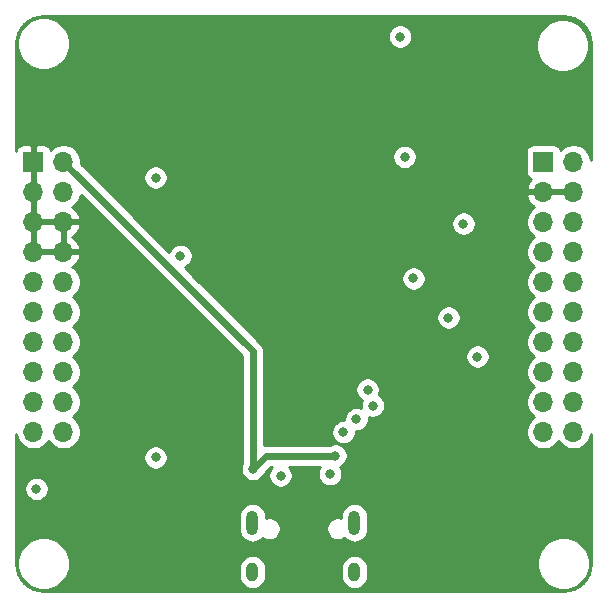
<source format=gbr>
%TF.GenerationSoftware,KiCad,Pcbnew,(5.1.12-1-10_14)*%
%TF.CreationDate,2021-12-26T14:39:33+08:00*%
%TF.ProjectId,esp32-c1_devboard,65737033-322d-4633-915f-646576626f61,rev?*%
%TF.SameCoordinates,Original*%
%TF.FileFunction,Copper,L2,Inr*%
%TF.FilePolarity,Positive*%
%FSLAX46Y46*%
G04 Gerber Fmt 4.6, Leading zero omitted, Abs format (unit mm)*
G04 Created by KiCad (PCBNEW (5.1.12-1-10_14)) date 2021-12-26 14:39:33*
%MOMM*%
%LPD*%
G01*
G04 APERTURE LIST*
%TA.AperFunction,ComponentPad*%
%ADD10O,1.700000X1.700000*%
%TD*%
%TA.AperFunction,ComponentPad*%
%ADD11R,1.700000X1.700000*%
%TD*%
%TA.AperFunction,ComponentPad*%
%ADD12O,1.000000X2.100000*%
%TD*%
%TA.AperFunction,ComponentPad*%
%ADD13O,1.000000X1.600000*%
%TD*%
%TA.AperFunction,ViaPad*%
%ADD14C,0.800000*%
%TD*%
%TA.AperFunction,Conductor*%
%ADD15C,0.600000*%
%TD*%
%TA.AperFunction,Conductor*%
%ADD16C,0.254000*%
%TD*%
%TA.AperFunction,Conductor*%
%ADD17C,0.100000*%
%TD*%
G04 APERTURE END LIST*
D10*
%TO.N,GND*%
%TO.C,J3*%
X147860000Y-85860000D03*
X145320000Y-85860000D03*
X147860000Y-83320000D03*
X145320000Y-83320000D03*
%TO.N,GPIO4*%
X147860000Y-80780000D03*
%TO.N,GND*%
X145320000Y-80780000D03*
%TO.N,GPIO6*%
X147860000Y-78240000D03*
%TO.N,GPIO5*%
X145320000Y-78240000D03*
%TO.N,GPIO8*%
X147860000Y-75700000D03*
%TO.N,GPIO7*%
X145320000Y-75700000D03*
%TO.N,CHIP_PU*%
X147860000Y-73160000D03*
%TO.N,GPIO9*%
X145320000Y-73160000D03*
%TO.N,GPIO19*%
X147860000Y-70620000D03*
%TO.N,GPIO18*%
X145320000Y-70620000D03*
%TO.N,U0TXD*%
X147860000Y-68080000D03*
%TO.N,U0RXD*%
X145320000Y-68080000D03*
%TO.N,+3V3*%
X147860000Y-65540000D03*
X145320000Y-65540000D03*
%TO.N,GND*%
X147860000Y-63000000D03*
D11*
X145320000Y-63000000D03*
%TD*%
D10*
%TO.N,GND*%
%TO.C,J2*%
X104680000Y-85860000D03*
X102140000Y-85860000D03*
X104680000Y-83320000D03*
X102140000Y-83320000D03*
X104680000Y-80780000D03*
X102140000Y-80780000D03*
%TO.N,GPIO10*%
X104680000Y-78240000D03*
%TO.N,GND*%
X102140000Y-78240000D03*
%TO.N,GPIO1*%
X104680000Y-75700000D03*
%TO.N,GPIO0*%
X102140000Y-75700000D03*
%TO.N,GPIO3*%
X104680000Y-73160000D03*
%TO.N,GPIO2*%
X102140000Y-73160000D03*
%TO.N,+3V3*%
X104680000Y-70620000D03*
X102140000Y-70620000D03*
X104680000Y-68080000D03*
X102140000Y-68080000D03*
%TO.N,GND*%
X104680000Y-65540000D03*
%TO.N,+3V3*%
X102140000Y-65540000D03*
%TO.N,+5V*%
X104680000Y-63000000D03*
D11*
%TO.N,+3V3*%
X102140000Y-63000000D03*
%TD*%
D12*
%TO.N,GND*%
%TO.C,J1*%
X129320000Y-93540000D03*
X120680000Y-93540000D03*
D13*
X120680000Y-97720000D03*
X129320000Y-97720000D03*
%TD*%
D14*
%TO.N,GND*%
X133570000Y-62580000D03*
X133180000Y-52400000D03*
X112480000Y-88030000D03*
X102390000Y-90690000D03*
X137270000Y-76190000D03*
%TO.N,+3V3*%
X139100000Y-70790000D03*
X136930000Y-90610000D03*
X141910000Y-88070000D03*
X108690000Y-83880000D03*
X110630000Y-65940000D03*
X112810000Y-55480000D03*
X140390000Y-58200000D03*
%TO.N,+5V*%
X127710000Y-87880000D03*
X120730000Y-89000000D03*
%TO.N,Net-(J1-PadA5)*%
X123060000Y-89560000D03*
%TO.N,Net-(J1-PadB5)*%
X127260000Y-89440000D03*
%TO.N,GPIO9*%
X134310000Y-72870000D03*
X138540000Y-68240000D03*
%TO.N,CHIP_PU*%
X139730000Y-79490000D03*
X114580000Y-70960000D03*
X112480000Y-64340000D03*
%TO.N,U0TXD*%
X128390000Y-85880000D03*
%TO.N,GPIO19*%
X130880000Y-83640000D03*
%TO.N,GPIO18*%
X130430000Y-82290000D03*
%TO.N,U0RXD*%
X129490000Y-84790000D03*
%TD*%
D15*
%TO.N,+5V*%
X120730000Y-79050000D02*
X120730000Y-89000000D01*
X104680000Y-63000000D02*
X120730000Y-79050000D01*
X121850000Y-87880000D02*
X120730000Y-89000000D01*
X127710000Y-87880000D02*
X121850000Y-87880000D01*
%TD*%
D16*
%TO.N,+3V3*%
X147453893Y-50707670D02*
X147890498Y-50839489D01*
X148293185Y-51053600D01*
X148646612Y-51341848D01*
X148937327Y-51693261D01*
X149154242Y-52094439D01*
X149289106Y-52530113D01*
X149340000Y-53014344D01*
X149340000Y-62828605D01*
X149287932Y-62566842D01*
X149175990Y-62296589D01*
X149013475Y-62053368D01*
X148806632Y-61846525D01*
X148563411Y-61684010D01*
X148293158Y-61572068D01*
X148006260Y-61515000D01*
X147713740Y-61515000D01*
X147426842Y-61572068D01*
X147156589Y-61684010D01*
X146913368Y-61846525D01*
X146781513Y-61978380D01*
X146759502Y-61905820D01*
X146700537Y-61795506D01*
X146621185Y-61698815D01*
X146524494Y-61619463D01*
X146414180Y-61560498D01*
X146294482Y-61524188D01*
X146170000Y-61511928D01*
X144470000Y-61511928D01*
X144345518Y-61524188D01*
X144225820Y-61560498D01*
X144115506Y-61619463D01*
X144018815Y-61698815D01*
X143939463Y-61795506D01*
X143880498Y-61905820D01*
X143844188Y-62025518D01*
X143831928Y-62150000D01*
X143831928Y-63850000D01*
X143844188Y-63974482D01*
X143880498Y-64094180D01*
X143939463Y-64204494D01*
X144018815Y-64301185D01*
X144115506Y-64380537D01*
X144225820Y-64439502D01*
X144306466Y-64463966D01*
X144222412Y-64539731D01*
X144048359Y-64773080D01*
X143923175Y-65035901D01*
X143878524Y-65183110D01*
X143999845Y-65413000D01*
X145193000Y-65413000D01*
X145193000Y-65393000D01*
X145447000Y-65393000D01*
X145447000Y-65413000D01*
X147733000Y-65413000D01*
X147733000Y-65393000D01*
X147987000Y-65393000D01*
X147987000Y-65413000D01*
X148007000Y-65413000D01*
X148007000Y-65667000D01*
X147987000Y-65667000D01*
X147987000Y-65687000D01*
X147733000Y-65687000D01*
X147733000Y-65667000D01*
X145447000Y-65667000D01*
X145447000Y-65687000D01*
X145193000Y-65687000D01*
X145193000Y-65667000D01*
X143999845Y-65667000D01*
X143878524Y-65896890D01*
X143923175Y-66044099D01*
X144048359Y-66306920D01*
X144222412Y-66540269D01*
X144438645Y-66735178D01*
X144555534Y-66804805D01*
X144373368Y-66926525D01*
X144166525Y-67133368D01*
X144004010Y-67376589D01*
X143892068Y-67646842D01*
X143835000Y-67933740D01*
X143835000Y-68226260D01*
X143892068Y-68513158D01*
X144004010Y-68783411D01*
X144166525Y-69026632D01*
X144373368Y-69233475D01*
X144547760Y-69350000D01*
X144373368Y-69466525D01*
X144166525Y-69673368D01*
X144004010Y-69916589D01*
X143892068Y-70186842D01*
X143835000Y-70473740D01*
X143835000Y-70766260D01*
X143892068Y-71053158D01*
X144004010Y-71323411D01*
X144166525Y-71566632D01*
X144373368Y-71773475D01*
X144547760Y-71890000D01*
X144373368Y-72006525D01*
X144166525Y-72213368D01*
X144004010Y-72456589D01*
X143892068Y-72726842D01*
X143835000Y-73013740D01*
X143835000Y-73306260D01*
X143892068Y-73593158D01*
X144004010Y-73863411D01*
X144166525Y-74106632D01*
X144373368Y-74313475D01*
X144547760Y-74430000D01*
X144373368Y-74546525D01*
X144166525Y-74753368D01*
X144004010Y-74996589D01*
X143892068Y-75266842D01*
X143835000Y-75553740D01*
X143835000Y-75846260D01*
X143892068Y-76133158D01*
X144004010Y-76403411D01*
X144166525Y-76646632D01*
X144373368Y-76853475D01*
X144547760Y-76970000D01*
X144373368Y-77086525D01*
X144166525Y-77293368D01*
X144004010Y-77536589D01*
X143892068Y-77806842D01*
X143835000Y-78093740D01*
X143835000Y-78386260D01*
X143892068Y-78673158D01*
X144004010Y-78943411D01*
X144166525Y-79186632D01*
X144373368Y-79393475D01*
X144547760Y-79510000D01*
X144373368Y-79626525D01*
X144166525Y-79833368D01*
X144004010Y-80076589D01*
X143892068Y-80346842D01*
X143835000Y-80633740D01*
X143835000Y-80926260D01*
X143892068Y-81213158D01*
X144004010Y-81483411D01*
X144166525Y-81726632D01*
X144373368Y-81933475D01*
X144547760Y-82050000D01*
X144373368Y-82166525D01*
X144166525Y-82373368D01*
X144004010Y-82616589D01*
X143892068Y-82886842D01*
X143835000Y-83173740D01*
X143835000Y-83466260D01*
X143892068Y-83753158D01*
X144004010Y-84023411D01*
X144166525Y-84266632D01*
X144373368Y-84473475D01*
X144547760Y-84590000D01*
X144373368Y-84706525D01*
X144166525Y-84913368D01*
X144004010Y-85156589D01*
X143892068Y-85426842D01*
X143835000Y-85713740D01*
X143835000Y-86006260D01*
X143892068Y-86293158D01*
X144004010Y-86563411D01*
X144166525Y-86806632D01*
X144373368Y-87013475D01*
X144616589Y-87175990D01*
X144886842Y-87287932D01*
X145173740Y-87345000D01*
X145466260Y-87345000D01*
X145753158Y-87287932D01*
X146023411Y-87175990D01*
X146266632Y-87013475D01*
X146473475Y-86806632D01*
X146590000Y-86632240D01*
X146706525Y-86806632D01*
X146913368Y-87013475D01*
X147156589Y-87175990D01*
X147426842Y-87287932D01*
X147713740Y-87345000D01*
X148006260Y-87345000D01*
X148293158Y-87287932D01*
X148563411Y-87175990D01*
X148806632Y-87013475D01*
X149013475Y-86806632D01*
X149175990Y-86563411D01*
X149287932Y-86293158D01*
X149340001Y-86031393D01*
X149340001Y-96967711D01*
X149292330Y-97453894D01*
X149160512Y-97890497D01*
X148946399Y-98293186D01*
X148658150Y-98646613D01*
X148306739Y-98937327D01*
X147905564Y-99154240D01*
X147469886Y-99289106D01*
X146985664Y-99340000D01*
X103032279Y-99340000D01*
X102546106Y-99292330D01*
X102109503Y-99160512D01*
X101706814Y-98946399D01*
X101353387Y-98658150D01*
X101062673Y-98306739D01*
X100845760Y-97905564D01*
X100710894Y-97469886D01*
X100660000Y-96985664D01*
X100660000Y-96779872D01*
X100765000Y-96779872D01*
X100765000Y-97220128D01*
X100850890Y-97651925D01*
X101019369Y-98058669D01*
X101263962Y-98424729D01*
X101575271Y-98736038D01*
X101941331Y-98980631D01*
X102348075Y-99149110D01*
X102779872Y-99235000D01*
X103220128Y-99235000D01*
X103651925Y-99149110D01*
X104058669Y-98980631D01*
X104424729Y-98736038D01*
X104736038Y-98424729D01*
X104980631Y-98058669D01*
X105149110Y-97651925D01*
X105206332Y-97364249D01*
X119545000Y-97364249D01*
X119545000Y-98075752D01*
X119561423Y-98242499D01*
X119626324Y-98456447D01*
X119731717Y-98653623D01*
X119873552Y-98826449D01*
X120046378Y-98968284D01*
X120243554Y-99073676D01*
X120457502Y-99138577D01*
X120680000Y-99160491D01*
X120902499Y-99138577D01*
X121116447Y-99073676D01*
X121313623Y-98968284D01*
X121486449Y-98826449D01*
X121628284Y-98653623D01*
X121733676Y-98456446D01*
X121798577Y-98242498D01*
X121815000Y-98075751D01*
X121815000Y-97364249D01*
X128185000Y-97364249D01*
X128185000Y-98075752D01*
X128201423Y-98242499D01*
X128266324Y-98456447D01*
X128371717Y-98653623D01*
X128513552Y-98826449D01*
X128686378Y-98968284D01*
X128883554Y-99073676D01*
X129097502Y-99138577D01*
X129320000Y-99160491D01*
X129542499Y-99138577D01*
X129756447Y-99073676D01*
X129953623Y-98968284D01*
X130126449Y-98826449D01*
X130268284Y-98653623D01*
X130373676Y-98456446D01*
X130438577Y-98242498D01*
X130455000Y-98075751D01*
X130455000Y-97364248D01*
X130438577Y-97197501D01*
X130373676Y-96983553D01*
X130268284Y-96786377D01*
X130262946Y-96779872D01*
X144765000Y-96779872D01*
X144765000Y-97220128D01*
X144850890Y-97651925D01*
X145019369Y-98058669D01*
X145263962Y-98424729D01*
X145575271Y-98736038D01*
X145941331Y-98980631D01*
X146348075Y-99149110D01*
X146779872Y-99235000D01*
X147220128Y-99235000D01*
X147651925Y-99149110D01*
X148058669Y-98980631D01*
X148424729Y-98736038D01*
X148736038Y-98424729D01*
X148980631Y-98058669D01*
X149149110Y-97651925D01*
X149235000Y-97220128D01*
X149235000Y-96779872D01*
X149149110Y-96348075D01*
X148980631Y-95941331D01*
X148736038Y-95575271D01*
X148424729Y-95263962D01*
X148058669Y-95019369D01*
X147651925Y-94850890D01*
X147220128Y-94765000D01*
X146779872Y-94765000D01*
X146348075Y-94850890D01*
X145941331Y-95019369D01*
X145575271Y-95263962D01*
X145263962Y-95575271D01*
X145019369Y-95941331D01*
X144850890Y-96348075D01*
X144765000Y-96779872D01*
X130262946Y-96779872D01*
X130126449Y-96613551D01*
X129953623Y-96471716D01*
X129756446Y-96366324D01*
X129542498Y-96301423D01*
X129320000Y-96279509D01*
X129097501Y-96301423D01*
X128883553Y-96366324D01*
X128686377Y-96471716D01*
X128513551Y-96613551D01*
X128371716Y-96786377D01*
X128266324Y-96983554D01*
X128201423Y-97197502D01*
X128185000Y-97364249D01*
X121815000Y-97364249D01*
X121815000Y-97364248D01*
X121798577Y-97197501D01*
X121733676Y-96983553D01*
X121628284Y-96786377D01*
X121486449Y-96613551D01*
X121313623Y-96471716D01*
X121116446Y-96366324D01*
X120902498Y-96301423D01*
X120680000Y-96279509D01*
X120457501Y-96301423D01*
X120243553Y-96366324D01*
X120046377Y-96471716D01*
X119873551Y-96613551D01*
X119731716Y-96786377D01*
X119626324Y-96983554D01*
X119561423Y-97197502D01*
X119545000Y-97364249D01*
X105206332Y-97364249D01*
X105235000Y-97220128D01*
X105235000Y-96779872D01*
X105149110Y-96348075D01*
X104980631Y-95941331D01*
X104736038Y-95575271D01*
X104424729Y-95263962D01*
X104058669Y-95019369D01*
X103651925Y-94850890D01*
X103220128Y-94765000D01*
X102779872Y-94765000D01*
X102348075Y-94850890D01*
X101941331Y-95019369D01*
X101575271Y-95263962D01*
X101263962Y-95575271D01*
X101019369Y-95941331D01*
X100850890Y-96348075D01*
X100765000Y-96779872D01*
X100660000Y-96779872D01*
X100660000Y-92934249D01*
X119545000Y-92934249D01*
X119545000Y-94145752D01*
X119561423Y-94312499D01*
X119626324Y-94526447D01*
X119731717Y-94723623D01*
X119873552Y-94896449D01*
X120046378Y-95038284D01*
X120243554Y-95143676D01*
X120457502Y-95208577D01*
X120680000Y-95230491D01*
X120902499Y-95208577D01*
X121116447Y-95143676D01*
X121313623Y-95038284D01*
X121486449Y-94896449D01*
X121533362Y-94839285D01*
X121655269Y-94920741D01*
X121829978Y-94993108D01*
X122015448Y-95030000D01*
X122204552Y-95030000D01*
X122390022Y-94993108D01*
X122564731Y-94920741D01*
X122721964Y-94815681D01*
X122855681Y-94681964D01*
X122960741Y-94524731D01*
X123033108Y-94350022D01*
X123070000Y-94164552D01*
X123070000Y-93975448D01*
X126930000Y-93975448D01*
X126930000Y-94164552D01*
X126966892Y-94350022D01*
X127039259Y-94524731D01*
X127144319Y-94681964D01*
X127278036Y-94815681D01*
X127435269Y-94920741D01*
X127609978Y-94993108D01*
X127795448Y-95030000D01*
X127984552Y-95030000D01*
X128170022Y-94993108D01*
X128344731Y-94920741D01*
X128466638Y-94839285D01*
X128513552Y-94896449D01*
X128686378Y-95038284D01*
X128883554Y-95143676D01*
X129097502Y-95208577D01*
X129320000Y-95230491D01*
X129542499Y-95208577D01*
X129756447Y-95143676D01*
X129953623Y-95038284D01*
X130126449Y-94896449D01*
X130268284Y-94723623D01*
X130373676Y-94526447D01*
X130438577Y-94312499D01*
X130455000Y-94145752D01*
X130455000Y-92934248D01*
X130438577Y-92767501D01*
X130373676Y-92553553D01*
X130268284Y-92356377D01*
X130126449Y-92183551D01*
X129953623Y-92041716D01*
X129756446Y-91936324D01*
X129542498Y-91871423D01*
X129320000Y-91849509D01*
X129097501Y-91871423D01*
X128883553Y-91936324D01*
X128686377Y-92041716D01*
X128513551Y-92183551D01*
X128371716Y-92356377D01*
X128266324Y-92553554D01*
X128201423Y-92767502D01*
X128185000Y-92934249D01*
X128185000Y-93153096D01*
X128170022Y-93146892D01*
X127984552Y-93110000D01*
X127795448Y-93110000D01*
X127609978Y-93146892D01*
X127435269Y-93219259D01*
X127278036Y-93324319D01*
X127144319Y-93458036D01*
X127039259Y-93615269D01*
X126966892Y-93789978D01*
X126930000Y-93975448D01*
X123070000Y-93975448D01*
X123033108Y-93789978D01*
X122960741Y-93615269D01*
X122855681Y-93458036D01*
X122721964Y-93324319D01*
X122564731Y-93219259D01*
X122390022Y-93146892D01*
X122204552Y-93110000D01*
X122015448Y-93110000D01*
X121829978Y-93146892D01*
X121815000Y-93153096D01*
X121815000Y-92934248D01*
X121798577Y-92767501D01*
X121733676Y-92553553D01*
X121628284Y-92356377D01*
X121486449Y-92183551D01*
X121313623Y-92041716D01*
X121116446Y-91936324D01*
X120902498Y-91871423D01*
X120680000Y-91849509D01*
X120457501Y-91871423D01*
X120243553Y-91936324D01*
X120046377Y-92041716D01*
X119873551Y-92183551D01*
X119731716Y-92356377D01*
X119626324Y-92553554D01*
X119561423Y-92767502D01*
X119545000Y-92934249D01*
X100660000Y-92934249D01*
X100660000Y-90588061D01*
X101355000Y-90588061D01*
X101355000Y-90791939D01*
X101394774Y-90991898D01*
X101472795Y-91180256D01*
X101586063Y-91349774D01*
X101730226Y-91493937D01*
X101899744Y-91607205D01*
X102088102Y-91685226D01*
X102288061Y-91725000D01*
X102491939Y-91725000D01*
X102691898Y-91685226D01*
X102880256Y-91607205D01*
X103049774Y-91493937D01*
X103193937Y-91349774D01*
X103307205Y-91180256D01*
X103385226Y-90991898D01*
X103425000Y-90791939D01*
X103425000Y-90588061D01*
X103385226Y-90388102D01*
X103307205Y-90199744D01*
X103193937Y-90030226D01*
X103049774Y-89886063D01*
X102880256Y-89772795D01*
X102691898Y-89694774D01*
X102491939Y-89655000D01*
X102288061Y-89655000D01*
X102088102Y-89694774D01*
X101899744Y-89772795D01*
X101730226Y-89886063D01*
X101586063Y-90030226D01*
X101472795Y-90199744D01*
X101394774Y-90388102D01*
X101355000Y-90588061D01*
X100660000Y-90588061D01*
X100660000Y-87928061D01*
X111445000Y-87928061D01*
X111445000Y-88131939D01*
X111484774Y-88331898D01*
X111562795Y-88520256D01*
X111676063Y-88689774D01*
X111820226Y-88833937D01*
X111989744Y-88947205D01*
X112178102Y-89025226D01*
X112378061Y-89065000D01*
X112581939Y-89065000D01*
X112781898Y-89025226D01*
X112970256Y-88947205D01*
X113139774Y-88833937D01*
X113283937Y-88689774D01*
X113397205Y-88520256D01*
X113475226Y-88331898D01*
X113515000Y-88131939D01*
X113515000Y-87928061D01*
X113475226Y-87728102D01*
X113397205Y-87539744D01*
X113283937Y-87370226D01*
X113139774Y-87226063D01*
X112970256Y-87112795D01*
X112781898Y-87034774D01*
X112581939Y-86995000D01*
X112378061Y-86995000D01*
X112178102Y-87034774D01*
X111989744Y-87112795D01*
X111820226Y-87226063D01*
X111676063Y-87370226D01*
X111562795Y-87539744D01*
X111484774Y-87728102D01*
X111445000Y-87928061D01*
X100660000Y-87928061D01*
X100660000Y-86031397D01*
X100712068Y-86293158D01*
X100824010Y-86563411D01*
X100986525Y-86806632D01*
X101193368Y-87013475D01*
X101436589Y-87175990D01*
X101706842Y-87287932D01*
X101993740Y-87345000D01*
X102286260Y-87345000D01*
X102573158Y-87287932D01*
X102843411Y-87175990D01*
X103086632Y-87013475D01*
X103293475Y-86806632D01*
X103410000Y-86632240D01*
X103526525Y-86806632D01*
X103733368Y-87013475D01*
X103976589Y-87175990D01*
X104246842Y-87287932D01*
X104533740Y-87345000D01*
X104826260Y-87345000D01*
X105113158Y-87287932D01*
X105383411Y-87175990D01*
X105626632Y-87013475D01*
X105833475Y-86806632D01*
X105995990Y-86563411D01*
X106107932Y-86293158D01*
X106165000Y-86006260D01*
X106165000Y-85713740D01*
X106107932Y-85426842D01*
X105995990Y-85156589D01*
X105833475Y-84913368D01*
X105626632Y-84706525D01*
X105452240Y-84590000D01*
X105626632Y-84473475D01*
X105833475Y-84266632D01*
X105995990Y-84023411D01*
X106107932Y-83753158D01*
X106165000Y-83466260D01*
X106165000Y-83173740D01*
X106107932Y-82886842D01*
X105995990Y-82616589D01*
X105833475Y-82373368D01*
X105626632Y-82166525D01*
X105452240Y-82050000D01*
X105626632Y-81933475D01*
X105833475Y-81726632D01*
X105995990Y-81483411D01*
X106107932Y-81213158D01*
X106165000Y-80926260D01*
X106165000Y-80633740D01*
X106107932Y-80346842D01*
X105995990Y-80076589D01*
X105833475Y-79833368D01*
X105626632Y-79626525D01*
X105452240Y-79510000D01*
X105626632Y-79393475D01*
X105833475Y-79186632D01*
X105995990Y-78943411D01*
X106107932Y-78673158D01*
X106165000Y-78386260D01*
X106165000Y-78093740D01*
X106107932Y-77806842D01*
X105995990Y-77536589D01*
X105833475Y-77293368D01*
X105626632Y-77086525D01*
X105452240Y-76970000D01*
X105626632Y-76853475D01*
X105833475Y-76646632D01*
X105995990Y-76403411D01*
X106107932Y-76133158D01*
X106165000Y-75846260D01*
X106165000Y-75553740D01*
X106107932Y-75266842D01*
X105995990Y-74996589D01*
X105833475Y-74753368D01*
X105626632Y-74546525D01*
X105452240Y-74430000D01*
X105626632Y-74313475D01*
X105833475Y-74106632D01*
X105995990Y-73863411D01*
X106107932Y-73593158D01*
X106165000Y-73306260D01*
X106165000Y-73013740D01*
X106107932Y-72726842D01*
X105995990Y-72456589D01*
X105833475Y-72213368D01*
X105626632Y-72006525D01*
X105444466Y-71884805D01*
X105561355Y-71815178D01*
X105777588Y-71620269D01*
X105951641Y-71386920D01*
X106076825Y-71124099D01*
X106121476Y-70976890D01*
X106000155Y-70747000D01*
X104807000Y-70747000D01*
X104807000Y-70767000D01*
X104553000Y-70767000D01*
X104553000Y-70747000D01*
X102267000Y-70747000D01*
X102267000Y-70767000D01*
X102013000Y-70767000D01*
X102013000Y-70747000D01*
X101993000Y-70747000D01*
X101993000Y-70493000D01*
X102013000Y-70493000D01*
X102013000Y-68207000D01*
X102267000Y-68207000D01*
X102267000Y-70493000D01*
X104553000Y-70493000D01*
X104553000Y-68207000D01*
X104807000Y-68207000D01*
X104807000Y-70493000D01*
X106000155Y-70493000D01*
X106121476Y-70263110D01*
X106076825Y-70115901D01*
X105951641Y-69853080D01*
X105777588Y-69619731D01*
X105561355Y-69424822D01*
X105435745Y-69350000D01*
X105561355Y-69275178D01*
X105777588Y-69080269D01*
X105951641Y-68846920D01*
X106076825Y-68584099D01*
X106121476Y-68436890D01*
X106000155Y-68207000D01*
X104807000Y-68207000D01*
X104553000Y-68207000D01*
X102267000Y-68207000D01*
X102013000Y-68207000D01*
X101993000Y-68207000D01*
X101993000Y-67953000D01*
X102013000Y-67953000D01*
X102013000Y-65667000D01*
X101993000Y-65667000D01*
X101993000Y-65413000D01*
X102013000Y-65413000D01*
X102013000Y-63127000D01*
X101993000Y-63127000D01*
X101993000Y-62873000D01*
X102013000Y-62873000D01*
X102013000Y-61673750D01*
X102267000Y-61673750D01*
X102267000Y-62873000D01*
X102287000Y-62873000D01*
X102287000Y-63127000D01*
X102267000Y-63127000D01*
X102267000Y-65413000D01*
X102287000Y-65413000D01*
X102287000Y-65667000D01*
X102267000Y-65667000D01*
X102267000Y-67953000D01*
X104553000Y-67953000D01*
X104553000Y-67933000D01*
X104807000Y-67933000D01*
X104807000Y-67953000D01*
X106000155Y-67953000D01*
X106121476Y-67723110D01*
X106076825Y-67575901D01*
X105951641Y-67313080D01*
X105777588Y-67079731D01*
X105561355Y-66884822D01*
X105444466Y-66815195D01*
X105626632Y-66693475D01*
X105833475Y-66486632D01*
X105995990Y-66243411D01*
X106107932Y-65973158D01*
X106144920Y-65787209D01*
X119795000Y-79437289D01*
X119795001Y-88552702D01*
X119734774Y-88698102D01*
X119695000Y-88898061D01*
X119695000Y-89101939D01*
X119734774Y-89301898D01*
X119812795Y-89490256D01*
X119926063Y-89659774D01*
X120070226Y-89803937D01*
X120239744Y-89917205D01*
X120428102Y-89995226D01*
X120628061Y-90035000D01*
X120831939Y-90035000D01*
X121031898Y-89995226D01*
X121220256Y-89917205D01*
X121389774Y-89803937D01*
X121533937Y-89659774D01*
X121647205Y-89490256D01*
X121707431Y-89344858D01*
X122237290Y-88815000D01*
X122341289Y-88815000D01*
X122256063Y-88900226D01*
X122142795Y-89069744D01*
X122064774Y-89258102D01*
X122025000Y-89458061D01*
X122025000Y-89661939D01*
X122064774Y-89861898D01*
X122142795Y-90050256D01*
X122256063Y-90219774D01*
X122400226Y-90363937D01*
X122569744Y-90477205D01*
X122758102Y-90555226D01*
X122958061Y-90595000D01*
X123161939Y-90595000D01*
X123361898Y-90555226D01*
X123550256Y-90477205D01*
X123719774Y-90363937D01*
X123863937Y-90219774D01*
X123977205Y-90050256D01*
X124055226Y-89861898D01*
X124095000Y-89661939D01*
X124095000Y-89458061D01*
X124055226Y-89258102D01*
X123977205Y-89069744D01*
X123863937Y-88900226D01*
X123778711Y-88815000D01*
X126432828Y-88815000D01*
X126342795Y-88949744D01*
X126264774Y-89138102D01*
X126225000Y-89338061D01*
X126225000Y-89541939D01*
X126264774Y-89741898D01*
X126342795Y-89930256D01*
X126456063Y-90099774D01*
X126600226Y-90243937D01*
X126769744Y-90357205D01*
X126958102Y-90435226D01*
X127158061Y-90475000D01*
X127361939Y-90475000D01*
X127561898Y-90435226D01*
X127750256Y-90357205D01*
X127919774Y-90243937D01*
X128063937Y-90099774D01*
X128177205Y-89930256D01*
X128255226Y-89741898D01*
X128295000Y-89541939D01*
X128295000Y-89338061D01*
X128255226Y-89138102D01*
X128177205Y-88949744D01*
X128102373Y-88837750D01*
X128200256Y-88797205D01*
X128369774Y-88683937D01*
X128513937Y-88539774D01*
X128627205Y-88370256D01*
X128705226Y-88181898D01*
X128745000Y-87981939D01*
X128745000Y-87778061D01*
X128705226Y-87578102D01*
X128627205Y-87389744D01*
X128513937Y-87220226D01*
X128369774Y-87076063D01*
X128200256Y-86962795D01*
X128011898Y-86884774D01*
X127811939Y-86845000D01*
X127608061Y-86845000D01*
X127408102Y-86884774D01*
X127262705Y-86945000D01*
X121895931Y-86945000D01*
X121849999Y-86940476D01*
X121666707Y-86958529D01*
X121665000Y-86959047D01*
X121665000Y-85778061D01*
X127355000Y-85778061D01*
X127355000Y-85981939D01*
X127394774Y-86181898D01*
X127472795Y-86370256D01*
X127586063Y-86539774D01*
X127730226Y-86683937D01*
X127899744Y-86797205D01*
X128088102Y-86875226D01*
X128288061Y-86915000D01*
X128491939Y-86915000D01*
X128691898Y-86875226D01*
X128880256Y-86797205D01*
X129049774Y-86683937D01*
X129193937Y-86539774D01*
X129307205Y-86370256D01*
X129385226Y-86181898D01*
X129425000Y-85981939D01*
X129425000Y-85825000D01*
X129591939Y-85825000D01*
X129791898Y-85785226D01*
X129980256Y-85707205D01*
X130149774Y-85593937D01*
X130293937Y-85449774D01*
X130407205Y-85280256D01*
X130485226Y-85091898D01*
X130525000Y-84891939D01*
X130525000Y-84688061D01*
X130508779Y-84606511D01*
X130578102Y-84635226D01*
X130778061Y-84675000D01*
X130981939Y-84675000D01*
X131181898Y-84635226D01*
X131370256Y-84557205D01*
X131539774Y-84443937D01*
X131683937Y-84299774D01*
X131797205Y-84130256D01*
X131875226Y-83941898D01*
X131915000Y-83741939D01*
X131915000Y-83538061D01*
X131875226Y-83338102D01*
X131797205Y-83149744D01*
X131683937Y-82980226D01*
X131539774Y-82836063D01*
X131370844Y-82723188D01*
X131425226Y-82591898D01*
X131465000Y-82391939D01*
X131465000Y-82188061D01*
X131425226Y-81988102D01*
X131347205Y-81799744D01*
X131233937Y-81630226D01*
X131089774Y-81486063D01*
X130920256Y-81372795D01*
X130731898Y-81294774D01*
X130531939Y-81255000D01*
X130328061Y-81255000D01*
X130128102Y-81294774D01*
X129939744Y-81372795D01*
X129770226Y-81486063D01*
X129626063Y-81630226D01*
X129512795Y-81799744D01*
X129434774Y-81988102D01*
X129395000Y-82188061D01*
X129395000Y-82391939D01*
X129434774Y-82591898D01*
X129512795Y-82780256D01*
X129626063Y-82949774D01*
X129770226Y-83093937D01*
X129939156Y-83206812D01*
X129884774Y-83338102D01*
X129845000Y-83538061D01*
X129845000Y-83741939D01*
X129861221Y-83823489D01*
X129791898Y-83794774D01*
X129591939Y-83755000D01*
X129388061Y-83755000D01*
X129188102Y-83794774D01*
X128999744Y-83872795D01*
X128830226Y-83986063D01*
X128686063Y-84130226D01*
X128572795Y-84299744D01*
X128494774Y-84488102D01*
X128455000Y-84688061D01*
X128455000Y-84845000D01*
X128288061Y-84845000D01*
X128088102Y-84884774D01*
X127899744Y-84962795D01*
X127730226Y-85076063D01*
X127586063Y-85220226D01*
X127472795Y-85389744D01*
X127394774Y-85578102D01*
X127355000Y-85778061D01*
X121665000Y-85778061D01*
X121665000Y-79388061D01*
X138695000Y-79388061D01*
X138695000Y-79591939D01*
X138734774Y-79791898D01*
X138812795Y-79980256D01*
X138926063Y-80149774D01*
X139070226Y-80293937D01*
X139239744Y-80407205D01*
X139428102Y-80485226D01*
X139628061Y-80525000D01*
X139831939Y-80525000D01*
X140031898Y-80485226D01*
X140220256Y-80407205D01*
X140389774Y-80293937D01*
X140533937Y-80149774D01*
X140647205Y-79980256D01*
X140725226Y-79791898D01*
X140765000Y-79591939D01*
X140765000Y-79388061D01*
X140725226Y-79188102D01*
X140647205Y-78999744D01*
X140533937Y-78830226D01*
X140389774Y-78686063D01*
X140220256Y-78572795D01*
X140031898Y-78494774D01*
X139831939Y-78455000D01*
X139628061Y-78455000D01*
X139428102Y-78494774D01*
X139239744Y-78572795D01*
X139070226Y-78686063D01*
X138926063Y-78830226D01*
X138812795Y-78999744D01*
X138734774Y-79188102D01*
X138695000Y-79388061D01*
X121665000Y-79388061D01*
X121665000Y-79095935D01*
X121669524Y-79050000D01*
X121651472Y-78866708D01*
X121598007Y-78690459D01*
X121535114Y-78572795D01*
X121511186Y-78528028D01*
X121394344Y-78385656D01*
X121358660Y-78356371D01*
X119090350Y-76088061D01*
X136235000Y-76088061D01*
X136235000Y-76291939D01*
X136274774Y-76491898D01*
X136352795Y-76680256D01*
X136466063Y-76849774D01*
X136610226Y-76993937D01*
X136779744Y-77107205D01*
X136968102Y-77185226D01*
X137168061Y-77225000D01*
X137371939Y-77225000D01*
X137571898Y-77185226D01*
X137760256Y-77107205D01*
X137929774Y-76993937D01*
X138073937Y-76849774D01*
X138187205Y-76680256D01*
X138265226Y-76491898D01*
X138305000Y-76291939D01*
X138305000Y-76088061D01*
X138265226Y-75888102D01*
X138187205Y-75699744D01*
X138073937Y-75530226D01*
X137929774Y-75386063D01*
X137760256Y-75272795D01*
X137571898Y-75194774D01*
X137371939Y-75155000D01*
X137168061Y-75155000D01*
X136968102Y-75194774D01*
X136779744Y-75272795D01*
X136610226Y-75386063D01*
X136466063Y-75530226D01*
X136352795Y-75699744D01*
X136274774Y-75888102D01*
X136235000Y-76088061D01*
X119090350Y-76088061D01*
X115770350Y-72768061D01*
X133275000Y-72768061D01*
X133275000Y-72971939D01*
X133314774Y-73171898D01*
X133392795Y-73360256D01*
X133506063Y-73529774D01*
X133650226Y-73673937D01*
X133819744Y-73787205D01*
X134008102Y-73865226D01*
X134208061Y-73905000D01*
X134411939Y-73905000D01*
X134611898Y-73865226D01*
X134800256Y-73787205D01*
X134969774Y-73673937D01*
X135113937Y-73529774D01*
X135227205Y-73360256D01*
X135305226Y-73171898D01*
X135345000Y-72971939D01*
X135345000Y-72768061D01*
X135305226Y-72568102D01*
X135227205Y-72379744D01*
X135113937Y-72210226D01*
X134969774Y-72066063D01*
X134800256Y-71952795D01*
X134611898Y-71874774D01*
X134411939Y-71835000D01*
X134208061Y-71835000D01*
X134008102Y-71874774D01*
X133819744Y-71952795D01*
X133650226Y-72066063D01*
X133506063Y-72210226D01*
X133392795Y-72379744D01*
X133314774Y-72568102D01*
X133275000Y-72768061D01*
X115770350Y-72768061D01*
X114935367Y-71933078D01*
X115070256Y-71877205D01*
X115239774Y-71763937D01*
X115383937Y-71619774D01*
X115497205Y-71450256D01*
X115575226Y-71261898D01*
X115615000Y-71061939D01*
X115615000Y-70858061D01*
X115575226Y-70658102D01*
X115497205Y-70469744D01*
X115383937Y-70300226D01*
X115239774Y-70156063D01*
X115070256Y-70042795D01*
X114881898Y-69964774D01*
X114681939Y-69925000D01*
X114478061Y-69925000D01*
X114278102Y-69964774D01*
X114089744Y-70042795D01*
X113920226Y-70156063D01*
X113776063Y-70300226D01*
X113662795Y-70469744D01*
X113606922Y-70604633D01*
X111140350Y-68138061D01*
X137505000Y-68138061D01*
X137505000Y-68341939D01*
X137544774Y-68541898D01*
X137622795Y-68730256D01*
X137736063Y-68899774D01*
X137880226Y-69043937D01*
X138049744Y-69157205D01*
X138238102Y-69235226D01*
X138438061Y-69275000D01*
X138641939Y-69275000D01*
X138841898Y-69235226D01*
X139030256Y-69157205D01*
X139199774Y-69043937D01*
X139343937Y-68899774D01*
X139457205Y-68730256D01*
X139535226Y-68541898D01*
X139575000Y-68341939D01*
X139575000Y-68138061D01*
X139535226Y-67938102D01*
X139457205Y-67749744D01*
X139343937Y-67580226D01*
X139199774Y-67436063D01*
X139030256Y-67322795D01*
X138841898Y-67244774D01*
X138641939Y-67205000D01*
X138438061Y-67205000D01*
X138238102Y-67244774D01*
X138049744Y-67322795D01*
X137880226Y-67436063D01*
X137736063Y-67580226D01*
X137622795Y-67749744D01*
X137544774Y-67938102D01*
X137505000Y-68138061D01*
X111140350Y-68138061D01*
X107240350Y-64238061D01*
X111445000Y-64238061D01*
X111445000Y-64441939D01*
X111484774Y-64641898D01*
X111562795Y-64830256D01*
X111676063Y-64999774D01*
X111820226Y-65143937D01*
X111989744Y-65257205D01*
X112178102Y-65335226D01*
X112378061Y-65375000D01*
X112581939Y-65375000D01*
X112781898Y-65335226D01*
X112970256Y-65257205D01*
X113139774Y-65143937D01*
X113283937Y-64999774D01*
X113397205Y-64830256D01*
X113475226Y-64641898D01*
X113515000Y-64441939D01*
X113515000Y-64238061D01*
X113475226Y-64038102D01*
X113397205Y-63849744D01*
X113283937Y-63680226D01*
X113139774Y-63536063D01*
X112970256Y-63422795D01*
X112781898Y-63344774D01*
X112581939Y-63305000D01*
X112378061Y-63305000D01*
X112178102Y-63344774D01*
X111989744Y-63422795D01*
X111820226Y-63536063D01*
X111676063Y-63680226D01*
X111562795Y-63849744D01*
X111484774Y-64038102D01*
X111445000Y-64238061D01*
X107240350Y-64238061D01*
X106162271Y-63159982D01*
X106165000Y-63146260D01*
X106165000Y-62853740D01*
X106107932Y-62566842D01*
X106071158Y-62478061D01*
X132535000Y-62478061D01*
X132535000Y-62681939D01*
X132574774Y-62881898D01*
X132652795Y-63070256D01*
X132766063Y-63239774D01*
X132910226Y-63383937D01*
X133079744Y-63497205D01*
X133268102Y-63575226D01*
X133468061Y-63615000D01*
X133671939Y-63615000D01*
X133871898Y-63575226D01*
X134060256Y-63497205D01*
X134229774Y-63383937D01*
X134373937Y-63239774D01*
X134487205Y-63070256D01*
X134565226Y-62881898D01*
X134605000Y-62681939D01*
X134605000Y-62478061D01*
X134565226Y-62278102D01*
X134487205Y-62089744D01*
X134373937Y-61920226D01*
X134229774Y-61776063D01*
X134060256Y-61662795D01*
X133871898Y-61584774D01*
X133671939Y-61545000D01*
X133468061Y-61545000D01*
X133268102Y-61584774D01*
X133079744Y-61662795D01*
X132910226Y-61776063D01*
X132766063Y-61920226D01*
X132652795Y-62089744D01*
X132574774Y-62278102D01*
X132535000Y-62478061D01*
X106071158Y-62478061D01*
X105995990Y-62296589D01*
X105833475Y-62053368D01*
X105626632Y-61846525D01*
X105383411Y-61684010D01*
X105113158Y-61572068D01*
X104826260Y-61515000D01*
X104533740Y-61515000D01*
X104246842Y-61572068D01*
X103976589Y-61684010D01*
X103733368Y-61846525D01*
X103601513Y-61978380D01*
X103579502Y-61905820D01*
X103520537Y-61795506D01*
X103441185Y-61698815D01*
X103344494Y-61619463D01*
X103234180Y-61560498D01*
X103114482Y-61524188D01*
X102990000Y-61511928D01*
X102425750Y-61515000D01*
X102267000Y-61673750D01*
X102013000Y-61673750D01*
X101854250Y-61515000D01*
X101290000Y-61511928D01*
X101165518Y-61524188D01*
X101045820Y-61560498D01*
X100935506Y-61619463D01*
X100838815Y-61698815D01*
X100759463Y-61795506D01*
X100700498Y-61905820D01*
X100664188Y-62025518D01*
X100660000Y-62068041D01*
X100660000Y-53032279D01*
X100684748Y-52779872D01*
X100765000Y-52779872D01*
X100765000Y-53220128D01*
X100850890Y-53651925D01*
X101019369Y-54058669D01*
X101263962Y-54424729D01*
X101575271Y-54736038D01*
X101941331Y-54980631D01*
X102348075Y-55149110D01*
X102779872Y-55235000D01*
X103220128Y-55235000D01*
X103651925Y-55149110D01*
X104058669Y-54980631D01*
X104424729Y-54736038D01*
X104736038Y-54424729D01*
X104980631Y-54058669D01*
X105149110Y-53651925D01*
X105235000Y-53220128D01*
X105235000Y-52779872D01*
X105149110Y-52348075D01*
X105128394Y-52298061D01*
X132145000Y-52298061D01*
X132145000Y-52501939D01*
X132184774Y-52701898D01*
X132262795Y-52890256D01*
X132376063Y-53059774D01*
X132520226Y-53203937D01*
X132689744Y-53317205D01*
X132878102Y-53395226D01*
X133078061Y-53435000D01*
X133281939Y-53435000D01*
X133481898Y-53395226D01*
X133670256Y-53317205D01*
X133839774Y-53203937D01*
X133983937Y-53059774D01*
X134057370Y-52949872D01*
X144725000Y-52949872D01*
X144725000Y-53390128D01*
X144810890Y-53821925D01*
X144979369Y-54228669D01*
X145223962Y-54594729D01*
X145535271Y-54906038D01*
X145901331Y-55150631D01*
X146308075Y-55319110D01*
X146739872Y-55405000D01*
X147180128Y-55405000D01*
X147611925Y-55319110D01*
X148018669Y-55150631D01*
X148384729Y-54906038D01*
X148696038Y-54594729D01*
X148940631Y-54228669D01*
X149109110Y-53821925D01*
X149195000Y-53390128D01*
X149195000Y-52949872D01*
X149109110Y-52518075D01*
X148940631Y-52111331D01*
X148696038Y-51745271D01*
X148384729Y-51433962D01*
X148018669Y-51189369D01*
X147611925Y-51020890D01*
X147180128Y-50935000D01*
X146739872Y-50935000D01*
X146308075Y-51020890D01*
X145901331Y-51189369D01*
X145535271Y-51433962D01*
X145223962Y-51745271D01*
X144979369Y-52111331D01*
X144810890Y-52518075D01*
X144725000Y-52949872D01*
X134057370Y-52949872D01*
X134097205Y-52890256D01*
X134175226Y-52701898D01*
X134215000Y-52501939D01*
X134215000Y-52298061D01*
X134175226Y-52098102D01*
X134097205Y-51909744D01*
X133983937Y-51740226D01*
X133839774Y-51596063D01*
X133670256Y-51482795D01*
X133481898Y-51404774D01*
X133281939Y-51365000D01*
X133078061Y-51365000D01*
X132878102Y-51404774D01*
X132689744Y-51482795D01*
X132520226Y-51596063D01*
X132376063Y-51740226D01*
X132262795Y-51909744D01*
X132184774Y-52098102D01*
X132145000Y-52298061D01*
X105128394Y-52298061D01*
X104980631Y-51941331D01*
X104736038Y-51575271D01*
X104424729Y-51263962D01*
X104058669Y-51019369D01*
X103651925Y-50850890D01*
X103220128Y-50765000D01*
X102779872Y-50765000D01*
X102348075Y-50850890D01*
X101941331Y-51019369D01*
X101575271Y-51263962D01*
X101263962Y-51575271D01*
X101019369Y-51941331D01*
X100850890Y-52348075D01*
X100765000Y-52779872D01*
X100684748Y-52779872D01*
X100707670Y-52546107D01*
X100839489Y-52109502D01*
X101053600Y-51706815D01*
X101341848Y-51353388D01*
X101693261Y-51062673D01*
X102094439Y-50845758D01*
X102530113Y-50710894D01*
X103014344Y-50660000D01*
X146967721Y-50660000D01*
X147453893Y-50707670D01*
%TA.AperFunction,Conductor*%
D17*
G36*
X147453893Y-50707670D02*
G01*
X147890498Y-50839489D01*
X148293185Y-51053600D01*
X148646612Y-51341848D01*
X148937327Y-51693261D01*
X149154242Y-52094439D01*
X149289106Y-52530113D01*
X149340000Y-53014344D01*
X149340000Y-62828605D01*
X149287932Y-62566842D01*
X149175990Y-62296589D01*
X149013475Y-62053368D01*
X148806632Y-61846525D01*
X148563411Y-61684010D01*
X148293158Y-61572068D01*
X148006260Y-61515000D01*
X147713740Y-61515000D01*
X147426842Y-61572068D01*
X147156589Y-61684010D01*
X146913368Y-61846525D01*
X146781513Y-61978380D01*
X146759502Y-61905820D01*
X146700537Y-61795506D01*
X146621185Y-61698815D01*
X146524494Y-61619463D01*
X146414180Y-61560498D01*
X146294482Y-61524188D01*
X146170000Y-61511928D01*
X144470000Y-61511928D01*
X144345518Y-61524188D01*
X144225820Y-61560498D01*
X144115506Y-61619463D01*
X144018815Y-61698815D01*
X143939463Y-61795506D01*
X143880498Y-61905820D01*
X143844188Y-62025518D01*
X143831928Y-62150000D01*
X143831928Y-63850000D01*
X143844188Y-63974482D01*
X143880498Y-64094180D01*
X143939463Y-64204494D01*
X144018815Y-64301185D01*
X144115506Y-64380537D01*
X144225820Y-64439502D01*
X144306466Y-64463966D01*
X144222412Y-64539731D01*
X144048359Y-64773080D01*
X143923175Y-65035901D01*
X143878524Y-65183110D01*
X143999845Y-65413000D01*
X145193000Y-65413000D01*
X145193000Y-65393000D01*
X145447000Y-65393000D01*
X145447000Y-65413000D01*
X147733000Y-65413000D01*
X147733000Y-65393000D01*
X147987000Y-65393000D01*
X147987000Y-65413000D01*
X148007000Y-65413000D01*
X148007000Y-65667000D01*
X147987000Y-65667000D01*
X147987000Y-65687000D01*
X147733000Y-65687000D01*
X147733000Y-65667000D01*
X145447000Y-65667000D01*
X145447000Y-65687000D01*
X145193000Y-65687000D01*
X145193000Y-65667000D01*
X143999845Y-65667000D01*
X143878524Y-65896890D01*
X143923175Y-66044099D01*
X144048359Y-66306920D01*
X144222412Y-66540269D01*
X144438645Y-66735178D01*
X144555534Y-66804805D01*
X144373368Y-66926525D01*
X144166525Y-67133368D01*
X144004010Y-67376589D01*
X143892068Y-67646842D01*
X143835000Y-67933740D01*
X143835000Y-68226260D01*
X143892068Y-68513158D01*
X144004010Y-68783411D01*
X144166525Y-69026632D01*
X144373368Y-69233475D01*
X144547760Y-69350000D01*
X144373368Y-69466525D01*
X144166525Y-69673368D01*
X144004010Y-69916589D01*
X143892068Y-70186842D01*
X143835000Y-70473740D01*
X143835000Y-70766260D01*
X143892068Y-71053158D01*
X144004010Y-71323411D01*
X144166525Y-71566632D01*
X144373368Y-71773475D01*
X144547760Y-71890000D01*
X144373368Y-72006525D01*
X144166525Y-72213368D01*
X144004010Y-72456589D01*
X143892068Y-72726842D01*
X143835000Y-73013740D01*
X143835000Y-73306260D01*
X143892068Y-73593158D01*
X144004010Y-73863411D01*
X144166525Y-74106632D01*
X144373368Y-74313475D01*
X144547760Y-74430000D01*
X144373368Y-74546525D01*
X144166525Y-74753368D01*
X144004010Y-74996589D01*
X143892068Y-75266842D01*
X143835000Y-75553740D01*
X143835000Y-75846260D01*
X143892068Y-76133158D01*
X144004010Y-76403411D01*
X144166525Y-76646632D01*
X144373368Y-76853475D01*
X144547760Y-76970000D01*
X144373368Y-77086525D01*
X144166525Y-77293368D01*
X144004010Y-77536589D01*
X143892068Y-77806842D01*
X143835000Y-78093740D01*
X143835000Y-78386260D01*
X143892068Y-78673158D01*
X144004010Y-78943411D01*
X144166525Y-79186632D01*
X144373368Y-79393475D01*
X144547760Y-79510000D01*
X144373368Y-79626525D01*
X144166525Y-79833368D01*
X144004010Y-80076589D01*
X143892068Y-80346842D01*
X143835000Y-80633740D01*
X143835000Y-80926260D01*
X143892068Y-81213158D01*
X144004010Y-81483411D01*
X144166525Y-81726632D01*
X144373368Y-81933475D01*
X144547760Y-82050000D01*
X144373368Y-82166525D01*
X144166525Y-82373368D01*
X144004010Y-82616589D01*
X143892068Y-82886842D01*
X143835000Y-83173740D01*
X143835000Y-83466260D01*
X143892068Y-83753158D01*
X144004010Y-84023411D01*
X144166525Y-84266632D01*
X144373368Y-84473475D01*
X144547760Y-84590000D01*
X144373368Y-84706525D01*
X144166525Y-84913368D01*
X144004010Y-85156589D01*
X143892068Y-85426842D01*
X143835000Y-85713740D01*
X143835000Y-86006260D01*
X143892068Y-86293158D01*
X144004010Y-86563411D01*
X144166525Y-86806632D01*
X144373368Y-87013475D01*
X144616589Y-87175990D01*
X144886842Y-87287932D01*
X145173740Y-87345000D01*
X145466260Y-87345000D01*
X145753158Y-87287932D01*
X146023411Y-87175990D01*
X146266632Y-87013475D01*
X146473475Y-86806632D01*
X146590000Y-86632240D01*
X146706525Y-86806632D01*
X146913368Y-87013475D01*
X147156589Y-87175990D01*
X147426842Y-87287932D01*
X147713740Y-87345000D01*
X148006260Y-87345000D01*
X148293158Y-87287932D01*
X148563411Y-87175990D01*
X148806632Y-87013475D01*
X149013475Y-86806632D01*
X149175990Y-86563411D01*
X149287932Y-86293158D01*
X149340001Y-86031393D01*
X149340001Y-96967711D01*
X149292330Y-97453894D01*
X149160512Y-97890497D01*
X148946399Y-98293186D01*
X148658150Y-98646613D01*
X148306739Y-98937327D01*
X147905564Y-99154240D01*
X147469886Y-99289106D01*
X146985664Y-99340000D01*
X103032279Y-99340000D01*
X102546106Y-99292330D01*
X102109503Y-99160512D01*
X101706814Y-98946399D01*
X101353387Y-98658150D01*
X101062673Y-98306739D01*
X100845760Y-97905564D01*
X100710894Y-97469886D01*
X100660000Y-96985664D01*
X100660000Y-96779872D01*
X100765000Y-96779872D01*
X100765000Y-97220128D01*
X100850890Y-97651925D01*
X101019369Y-98058669D01*
X101263962Y-98424729D01*
X101575271Y-98736038D01*
X101941331Y-98980631D01*
X102348075Y-99149110D01*
X102779872Y-99235000D01*
X103220128Y-99235000D01*
X103651925Y-99149110D01*
X104058669Y-98980631D01*
X104424729Y-98736038D01*
X104736038Y-98424729D01*
X104980631Y-98058669D01*
X105149110Y-97651925D01*
X105206332Y-97364249D01*
X119545000Y-97364249D01*
X119545000Y-98075752D01*
X119561423Y-98242499D01*
X119626324Y-98456447D01*
X119731717Y-98653623D01*
X119873552Y-98826449D01*
X120046378Y-98968284D01*
X120243554Y-99073676D01*
X120457502Y-99138577D01*
X120680000Y-99160491D01*
X120902499Y-99138577D01*
X121116447Y-99073676D01*
X121313623Y-98968284D01*
X121486449Y-98826449D01*
X121628284Y-98653623D01*
X121733676Y-98456446D01*
X121798577Y-98242498D01*
X121815000Y-98075751D01*
X121815000Y-97364249D01*
X128185000Y-97364249D01*
X128185000Y-98075752D01*
X128201423Y-98242499D01*
X128266324Y-98456447D01*
X128371717Y-98653623D01*
X128513552Y-98826449D01*
X128686378Y-98968284D01*
X128883554Y-99073676D01*
X129097502Y-99138577D01*
X129320000Y-99160491D01*
X129542499Y-99138577D01*
X129756447Y-99073676D01*
X129953623Y-98968284D01*
X130126449Y-98826449D01*
X130268284Y-98653623D01*
X130373676Y-98456446D01*
X130438577Y-98242498D01*
X130455000Y-98075751D01*
X130455000Y-97364248D01*
X130438577Y-97197501D01*
X130373676Y-96983553D01*
X130268284Y-96786377D01*
X130262946Y-96779872D01*
X144765000Y-96779872D01*
X144765000Y-97220128D01*
X144850890Y-97651925D01*
X145019369Y-98058669D01*
X145263962Y-98424729D01*
X145575271Y-98736038D01*
X145941331Y-98980631D01*
X146348075Y-99149110D01*
X146779872Y-99235000D01*
X147220128Y-99235000D01*
X147651925Y-99149110D01*
X148058669Y-98980631D01*
X148424729Y-98736038D01*
X148736038Y-98424729D01*
X148980631Y-98058669D01*
X149149110Y-97651925D01*
X149235000Y-97220128D01*
X149235000Y-96779872D01*
X149149110Y-96348075D01*
X148980631Y-95941331D01*
X148736038Y-95575271D01*
X148424729Y-95263962D01*
X148058669Y-95019369D01*
X147651925Y-94850890D01*
X147220128Y-94765000D01*
X146779872Y-94765000D01*
X146348075Y-94850890D01*
X145941331Y-95019369D01*
X145575271Y-95263962D01*
X145263962Y-95575271D01*
X145019369Y-95941331D01*
X144850890Y-96348075D01*
X144765000Y-96779872D01*
X130262946Y-96779872D01*
X130126449Y-96613551D01*
X129953623Y-96471716D01*
X129756446Y-96366324D01*
X129542498Y-96301423D01*
X129320000Y-96279509D01*
X129097501Y-96301423D01*
X128883553Y-96366324D01*
X128686377Y-96471716D01*
X128513551Y-96613551D01*
X128371716Y-96786377D01*
X128266324Y-96983554D01*
X128201423Y-97197502D01*
X128185000Y-97364249D01*
X121815000Y-97364249D01*
X121815000Y-97364248D01*
X121798577Y-97197501D01*
X121733676Y-96983553D01*
X121628284Y-96786377D01*
X121486449Y-96613551D01*
X121313623Y-96471716D01*
X121116446Y-96366324D01*
X120902498Y-96301423D01*
X120680000Y-96279509D01*
X120457501Y-96301423D01*
X120243553Y-96366324D01*
X120046377Y-96471716D01*
X119873551Y-96613551D01*
X119731716Y-96786377D01*
X119626324Y-96983554D01*
X119561423Y-97197502D01*
X119545000Y-97364249D01*
X105206332Y-97364249D01*
X105235000Y-97220128D01*
X105235000Y-96779872D01*
X105149110Y-96348075D01*
X104980631Y-95941331D01*
X104736038Y-95575271D01*
X104424729Y-95263962D01*
X104058669Y-95019369D01*
X103651925Y-94850890D01*
X103220128Y-94765000D01*
X102779872Y-94765000D01*
X102348075Y-94850890D01*
X101941331Y-95019369D01*
X101575271Y-95263962D01*
X101263962Y-95575271D01*
X101019369Y-95941331D01*
X100850890Y-96348075D01*
X100765000Y-96779872D01*
X100660000Y-96779872D01*
X100660000Y-92934249D01*
X119545000Y-92934249D01*
X119545000Y-94145752D01*
X119561423Y-94312499D01*
X119626324Y-94526447D01*
X119731717Y-94723623D01*
X119873552Y-94896449D01*
X120046378Y-95038284D01*
X120243554Y-95143676D01*
X120457502Y-95208577D01*
X120680000Y-95230491D01*
X120902499Y-95208577D01*
X121116447Y-95143676D01*
X121313623Y-95038284D01*
X121486449Y-94896449D01*
X121533362Y-94839285D01*
X121655269Y-94920741D01*
X121829978Y-94993108D01*
X122015448Y-95030000D01*
X122204552Y-95030000D01*
X122390022Y-94993108D01*
X122564731Y-94920741D01*
X122721964Y-94815681D01*
X122855681Y-94681964D01*
X122960741Y-94524731D01*
X123033108Y-94350022D01*
X123070000Y-94164552D01*
X123070000Y-93975448D01*
X126930000Y-93975448D01*
X126930000Y-94164552D01*
X126966892Y-94350022D01*
X127039259Y-94524731D01*
X127144319Y-94681964D01*
X127278036Y-94815681D01*
X127435269Y-94920741D01*
X127609978Y-94993108D01*
X127795448Y-95030000D01*
X127984552Y-95030000D01*
X128170022Y-94993108D01*
X128344731Y-94920741D01*
X128466638Y-94839285D01*
X128513552Y-94896449D01*
X128686378Y-95038284D01*
X128883554Y-95143676D01*
X129097502Y-95208577D01*
X129320000Y-95230491D01*
X129542499Y-95208577D01*
X129756447Y-95143676D01*
X129953623Y-95038284D01*
X130126449Y-94896449D01*
X130268284Y-94723623D01*
X130373676Y-94526447D01*
X130438577Y-94312499D01*
X130455000Y-94145752D01*
X130455000Y-92934248D01*
X130438577Y-92767501D01*
X130373676Y-92553553D01*
X130268284Y-92356377D01*
X130126449Y-92183551D01*
X129953623Y-92041716D01*
X129756446Y-91936324D01*
X129542498Y-91871423D01*
X129320000Y-91849509D01*
X129097501Y-91871423D01*
X128883553Y-91936324D01*
X128686377Y-92041716D01*
X128513551Y-92183551D01*
X128371716Y-92356377D01*
X128266324Y-92553554D01*
X128201423Y-92767502D01*
X128185000Y-92934249D01*
X128185000Y-93153096D01*
X128170022Y-93146892D01*
X127984552Y-93110000D01*
X127795448Y-93110000D01*
X127609978Y-93146892D01*
X127435269Y-93219259D01*
X127278036Y-93324319D01*
X127144319Y-93458036D01*
X127039259Y-93615269D01*
X126966892Y-93789978D01*
X126930000Y-93975448D01*
X123070000Y-93975448D01*
X123033108Y-93789978D01*
X122960741Y-93615269D01*
X122855681Y-93458036D01*
X122721964Y-93324319D01*
X122564731Y-93219259D01*
X122390022Y-93146892D01*
X122204552Y-93110000D01*
X122015448Y-93110000D01*
X121829978Y-93146892D01*
X121815000Y-93153096D01*
X121815000Y-92934248D01*
X121798577Y-92767501D01*
X121733676Y-92553553D01*
X121628284Y-92356377D01*
X121486449Y-92183551D01*
X121313623Y-92041716D01*
X121116446Y-91936324D01*
X120902498Y-91871423D01*
X120680000Y-91849509D01*
X120457501Y-91871423D01*
X120243553Y-91936324D01*
X120046377Y-92041716D01*
X119873551Y-92183551D01*
X119731716Y-92356377D01*
X119626324Y-92553554D01*
X119561423Y-92767502D01*
X119545000Y-92934249D01*
X100660000Y-92934249D01*
X100660000Y-90588061D01*
X101355000Y-90588061D01*
X101355000Y-90791939D01*
X101394774Y-90991898D01*
X101472795Y-91180256D01*
X101586063Y-91349774D01*
X101730226Y-91493937D01*
X101899744Y-91607205D01*
X102088102Y-91685226D01*
X102288061Y-91725000D01*
X102491939Y-91725000D01*
X102691898Y-91685226D01*
X102880256Y-91607205D01*
X103049774Y-91493937D01*
X103193937Y-91349774D01*
X103307205Y-91180256D01*
X103385226Y-90991898D01*
X103425000Y-90791939D01*
X103425000Y-90588061D01*
X103385226Y-90388102D01*
X103307205Y-90199744D01*
X103193937Y-90030226D01*
X103049774Y-89886063D01*
X102880256Y-89772795D01*
X102691898Y-89694774D01*
X102491939Y-89655000D01*
X102288061Y-89655000D01*
X102088102Y-89694774D01*
X101899744Y-89772795D01*
X101730226Y-89886063D01*
X101586063Y-90030226D01*
X101472795Y-90199744D01*
X101394774Y-90388102D01*
X101355000Y-90588061D01*
X100660000Y-90588061D01*
X100660000Y-87928061D01*
X111445000Y-87928061D01*
X111445000Y-88131939D01*
X111484774Y-88331898D01*
X111562795Y-88520256D01*
X111676063Y-88689774D01*
X111820226Y-88833937D01*
X111989744Y-88947205D01*
X112178102Y-89025226D01*
X112378061Y-89065000D01*
X112581939Y-89065000D01*
X112781898Y-89025226D01*
X112970256Y-88947205D01*
X113139774Y-88833937D01*
X113283937Y-88689774D01*
X113397205Y-88520256D01*
X113475226Y-88331898D01*
X113515000Y-88131939D01*
X113515000Y-87928061D01*
X113475226Y-87728102D01*
X113397205Y-87539744D01*
X113283937Y-87370226D01*
X113139774Y-87226063D01*
X112970256Y-87112795D01*
X112781898Y-87034774D01*
X112581939Y-86995000D01*
X112378061Y-86995000D01*
X112178102Y-87034774D01*
X111989744Y-87112795D01*
X111820226Y-87226063D01*
X111676063Y-87370226D01*
X111562795Y-87539744D01*
X111484774Y-87728102D01*
X111445000Y-87928061D01*
X100660000Y-87928061D01*
X100660000Y-86031397D01*
X100712068Y-86293158D01*
X100824010Y-86563411D01*
X100986525Y-86806632D01*
X101193368Y-87013475D01*
X101436589Y-87175990D01*
X101706842Y-87287932D01*
X101993740Y-87345000D01*
X102286260Y-87345000D01*
X102573158Y-87287932D01*
X102843411Y-87175990D01*
X103086632Y-87013475D01*
X103293475Y-86806632D01*
X103410000Y-86632240D01*
X103526525Y-86806632D01*
X103733368Y-87013475D01*
X103976589Y-87175990D01*
X104246842Y-87287932D01*
X104533740Y-87345000D01*
X104826260Y-87345000D01*
X105113158Y-87287932D01*
X105383411Y-87175990D01*
X105626632Y-87013475D01*
X105833475Y-86806632D01*
X105995990Y-86563411D01*
X106107932Y-86293158D01*
X106165000Y-86006260D01*
X106165000Y-85713740D01*
X106107932Y-85426842D01*
X105995990Y-85156589D01*
X105833475Y-84913368D01*
X105626632Y-84706525D01*
X105452240Y-84590000D01*
X105626632Y-84473475D01*
X105833475Y-84266632D01*
X105995990Y-84023411D01*
X106107932Y-83753158D01*
X106165000Y-83466260D01*
X106165000Y-83173740D01*
X106107932Y-82886842D01*
X105995990Y-82616589D01*
X105833475Y-82373368D01*
X105626632Y-82166525D01*
X105452240Y-82050000D01*
X105626632Y-81933475D01*
X105833475Y-81726632D01*
X105995990Y-81483411D01*
X106107932Y-81213158D01*
X106165000Y-80926260D01*
X106165000Y-80633740D01*
X106107932Y-80346842D01*
X105995990Y-80076589D01*
X105833475Y-79833368D01*
X105626632Y-79626525D01*
X105452240Y-79510000D01*
X105626632Y-79393475D01*
X105833475Y-79186632D01*
X105995990Y-78943411D01*
X106107932Y-78673158D01*
X106165000Y-78386260D01*
X106165000Y-78093740D01*
X106107932Y-77806842D01*
X105995990Y-77536589D01*
X105833475Y-77293368D01*
X105626632Y-77086525D01*
X105452240Y-76970000D01*
X105626632Y-76853475D01*
X105833475Y-76646632D01*
X105995990Y-76403411D01*
X106107932Y-76133158D01*
X106165000Y-75846260D01*
X106165000Y-75553740D01*
X106107932Y-75266842D01*
X105995990Y-74996589D01*
X105833475Y-74753368D01*
X105626632Y-74546525D01*
X105452240Y-74430000D01*
X105626632Y-74313475D01*
X105833475Y-74106632D01*
X105995990Y-73863411D01*
X106107932Y-73593158D01*
X106165000Y-73306260D01*
X106165000Y-73013740D01*
X106107932Y-72726842D01*
X105995990Y-72456589D01*
X105833475Y-72213368D01*
X105626632Y-72006525D01*
X105444466Y-71884805D01*
X105561355Y-71815178D01*
X105777588Y-71620269D01*
X105951641Y-71386920D01*
X106076825Y-71124099D01*
X106121476Y-70976890D01*
X106000155Y-70747000D01*
X104807000Y-70747000D01*
X104807000Y-70767000D01*
X104553000Y-70767000D01*
X104553000Y-70747000D01*
X102267000Y-70747000D01*
X102267000Y-70767000D01*
X102013000Y-70767000D01*
X102013000Y-70747000D01*
X101993000Y-70747000D01*
X101993000Y-70493000D01*
X102013000Y-70493000D01*
X102013000Y-68207000D01*
X102267000Y-68207000D01*
X102267000Y-70493000D01*
X104553000Y-70493000D01*
X104553000Y-68207000D01*
X104807000Y-68207000D01*
X104807000Y-70493000D01*
X106000155Y-70493000D01*
X106121476Y-70263110D01*
X106076825Y-70115901D01*
X105951641Y-69853080D01*
X105777588Y-69619731D01*
X105561355Y-69424822D01*
X105435745Y-69350000D01*
X105561355Y-69275178D01*
X105777588Y-69080269D01*
X105951641Y-68846920D01*
X106076825Y-68584099D01*
X106121476Y-68436890D01*
X106000155Y-68207000D01*
X104807000Y-68207000D01*
X104553000Y-68207000D01*
X102267000Y-68207000D01*
X102013000Y-68207000D01*
X101993000Y-68207000D01*
X101993000Y-67953000D01*
X102013000Y-67953000D01*
X102013000Y-65667000D01*
X101993000Y-65667000D01*
X101993000Y-65413000D01*
X102013000Y-65413000D01*
X102013000Y-63127000D01*
X101993000Y-63127000D01*
X101993000Y-62873000D01*
X102013000Y-62873000D01*
X102013000Y-61673750D01*
X102267000Y-61673750D01*
X102267000Y-62873000D01*
X102287000Y-62873000D01*
X102287000Y-63127000D01*
X102267000Y-63127000D01*
X102267000Y-65413000D01*
X102287000Y-65413000D01*
X102287000Y-65667000D01*
X102267000Y-65667000D01*
X102267000Y-67953000D01*
X104553000Y-67953000D01*
X104553000Y-67933000D01*
X104807000Y-67933000D01*
X104807000Y-67953000D01*
X106000155Y-67953000D01*
X106121476Y-67723110D01*
X106076825Y-67575901D01*
X105951641Y-67313080D01*
X105777588Y-67079731D01*
X105561355Y-66884822D01*
X105444466Y-66815195D01*
X105626632Y-66693475D01*
X105833475Y-66486632D01*
X105995990Y-66243411D01*
X106107932Y-65973158D01*
X106144920Y-65787209D01*
X119795000Y-79437289D01*
X119795001Y-88552702D01*
X119734774Y-88698102D01*
X119695000Y-88898061D01*
X119695000Y-89101939D01*
X119734774Y-89301898D01*
X119812795Y-89490256D01*
X119926063Y-89659774D01*
X120070226Y-89803937D01*
X120239744Y-89917205D01*
X120428102Y-89995226D01*
X120628061Y-90035000D01*
X120831939Y-90035000D01*
X121031898Y-89995226D01*
X121220256Y-89917205D01*
X121389774Y-89803937D01*
X121533937Y-89659774D01*
X121647205Y-89490256D01*
X121707431Y-89344858D01*
X122237290Y-88815000D01*
X122341289Y-88815000D01*
X122256063Y-88900226D01*
X122142795Y-89069744D01*
X122064774Y-89258102D01*
X122025000Y-89458061D01*
X122025000Y-89661939D01*
X122064774Y-89861898D01*
X122142795Y-90050256D01*
X122256063Y-90219774D01*
X122400226Y-90363937D01*
X122569744Y-90477205D01*
X122758102Y-90555226D01*
X122958061Y-90595000D01*
X123161939Y-90595000D01*
X123361898Y-90555226D01*
X123550256Y-90477205D01*
X123719774Y-90363937D01*
X123863937Y-90219774D01*
X123977205Y-90050256D01*
X124055226Y-89861898D01*
X124095000Y-89661939D01*
X124095000Y-89458061D01*
X124055226Y-89258102D01*
X123977205Y-89069744D01*
X123863937Y-88900226D01*
X123778711Y-88815000D01*
X126432828Y-88815000D01*
X126342795Y-88949744D01*
X126264774Y-89138102D01*
X126225000Y-89338061D01*
X126225000Y-89541939D01*
X126264774Y-89741898D01*
X126342795Y-89930256D01*
X126456063Y-90099774D01*
X126600226Y-90243937D01*
X126769744Y-90357205D01*
X126958102Y-90435226D01*
X127158061Y-90475000D01*
X127361939Y-90475000D01*
X127561898Y-90435226D01*
X127750256Y-90357205D01*
X127919774Y-90243937D01*
X128063937Y-90099774D01*
X128177205Y-89930256D01*
X128255226Y-89741898D01*
X128295000Y-89541939D01*
X128295000Y-89338061D01*
X128255226Y-89138102D01*
X128177205Y-88949744D01*
X128102373Y-88837750D01*
X128200256Y-88797205D01*
X128369774Y-88683937D01*
X128513937Y-88539774D01*
X128627205Y-88370256D01*
X128705226Y-88181898D01*
X128745000Y-87981939D01*
X128745000Y-87778061D01*
X128705226Y-87578102D01*
X128627205Y-87389744D01*
X128513937Y-87220226D01*
X128369774Y-87076063D01*
X128200256Y-86962795D01*
X128011898Y-86884774D01*
X127811939Y-86845000D01*
X127608061Y-86845000D01*
X127408102Y-86884774D01*
X127262705Y-86945000D01*
X121895931Y-86945000D01*
X121849999Y-86940476D01*
X121666707Y-86958529D01*
X121665000Y-86959047D01*
X121665000Y-85778061D01*
X127355000Y-85778061D01*
X127355000Y-85981939D01*
X127394774Y-86181898D01*
X127472795Y-86370256D01*
X127586063Y-86539774D01*
X127730226Y-86683937D01*
X127899744Y-86797205D01*
X128088102Y-86875226D01*
X128288061Y-86915000D01*
X128491939Y-86915000D01*
X128691898Y-86875226D01*
X128880256Y-86797205D01*
X129049774Y-86683937D01*
X129193937Y-86539774D01*
X129307205Y-86370256D01*
X129385226Y-86181898D01*
X129425000Y-85981939D01*
X129425000Y-85825000D01*
X129591939Y-85825000D01*
X129791898Y-85785226D01*
X129980256Y-85707205D01*
X130149774Y-85593937D01*
X130293937Y-85449774D01*
X130407205Y-85280256D01*
X130485226Y-85091898D01*
X130525000Y-84891939D01*
X130525000Y-84688061D01*
X130508779Y-84606511D01*
X130578102Y-84635226D01*
X130778061Y-84675000D01*
X130981939Y-84675000D01*
X131181898Y-84635226D01*
X131370256Y-84557205D01*
X131539774Y-84443937D01*
X131683937Y-84299774D01*
X131797205Y-84130256D01*
X131875226Y-83941898D01*
X131915000Y-83741939D01*
X131915000Y-83538061D01*
X131875226Y-83338102D01*
X131797205Y-83149744D01*
X131683937Y-82980226D01*
X131539774Y-82836063D01*
X131370844Y-82723188D01*
X131425226Y-82591898D01*
X131465000Y-82391939D01*
X131465000Y-82188061D01*
X131425226Y-81988102D01*
X131347205Y-81799744D01*
X131233937Y-81630226D01*
X131089774Y-81486063D01*
X130920256Y-81372795D01*
X130731898Y-81294774D01*
X130531939Y-81255000D01*
X130328061Y-81255000D01*
X130128102Y-81294774D01*
X129939744Y-81372795D01*
X129770226Y-81486063D01*
X129626063Y-81630226D01*
X129512795Y-81799744D01*
X129434774Y-81988102D01*
X129395000Y-82188061D01*
X129395000Y-82391939D01*
X129434774Y-82591898D01*
X129512795Y-82780256D01*
X129626063Y-82949774D01*
X129770226Y-83093937D01*
X129939156Y-83206812D01*
X129884774Y-83338102D01*
X129845000Y-83538061D01*
X129845000Y-83741939D01*
X129861221Y-83823489D01*
X129791898Y-83794774D01*
X129591939Y-83755000D01*
X129388061Y-83755000D01*
X129188102Y-83794774D01*
X128999744Y-83872795D01*
X128830226Y-83986063D01*
X128686063Y-84130226D01*
X128572795Y-84299744D01*
X128494774Y-84488102D01*
X128455000Y-84688061D01*
X128455000Y-84845000D01*
X128288061Y-84845000D01*
X128088102Y-84884774D01*
X127899744Y-84962795D01*
X127730226Y-85076063D01*
X127586063Y-85220226D01*
X127472795Y-85389744D01*
X127394774Y-85578102D01*
X127355000Y-85778061D01*
X121665000Y-85778061D01*
X121665000Y-79388061D01*
X138695000Y-79388061D01*
X138695000Y-79591939D01*
X138734774Y-79791898D01*
X138812795Y-79980256D01*
X138926063Y-80149774D01*
X139070226Y-80293937D01*
X139239744Y-80407205D01*
X139428102Y-80485226D01*
X139628061Y-80525000D01*
X139831939Y-80525000D01*
X140031898Y-80485226D01*
X140220256Y-80407205D01*
X140389774Y-80293937D01*
X140533937Y-80149774D01*
X140647205Y-79980256D01*
X140725226Y-79791898D01*
X140765000Y-79591939D01*
X140765000Y-79388061D01*
X140725226Y-79188102D01*
X140647205Y-78999744D01*
X140533937Y-78830226D01*
X140389774Y-78686063D01*
X140220256Y-78572795D01*
X140031898Y-78494774D01*
X139831939Y-78455000D01*
X139628061Y-78455000D01*
X139428102Y-78494774D01*
X139239744Y-78572795D01*
X139070226Y-78686063D01*
X138926063Y-78830226D01*
X138812795Y-78999744D01*
X138734774Y-79188102D01*
X138695000Y-79388061D01*
X121665000Y-79388061D01*
X121665000Y-79095935D01*
X121669524Y-79050000D01*
X121651472Y-78866708D01*
X121598007Y-78690459D01*
X121535114Y-78572795D01*
X121511186Y-78528028D01*
X121394344Y-78385656D01*
X121358660Y-78356371D01*
X119090350Y-76088061D01*
X136235000Y-76088061D01*
X136235000Y-76291939D01*
X136274774Y-76491898D01*
X136352795Y-76680256D01*
X136466063Y-76849774D01*
X136610226Y-76993937D01*
X136779744Y-77107205D01*
X136968102Y-77185226D01*
X137168061Y-77225000D01*
X137371939Y-77225000D01*
X137571898Y-77185226D01*
X137760256Y-77107205D01*
X137929774Y-76993937D01*
X138073937Y-76849774D01*
X138187205Y-76680256D01*
X138265226Y-76491898D01*
X138305000Y-76291939D01*
X138305000Y-76088061D01*
X138265226Y-75888102D01*
X138187205Y-75699744D01*
X138073937Y-75530226D01*
X137929774Y-75386063D01*
X137760256Y-75272795D01*
X137571898Y-75194774D01*
X137371939Y-75155000D01*
X137168061Y-75155000D01*
X136968102Y-75194774D01*
X136779744Y-75272795D01*
X136610226Y-75386063D01*
X136466063Y-75530226D01*
X136352795Y-75699744D01*
X136274774Y-75888102D01*
X136235000Y-76088061D01*
X119090350Y-76088061D01*
X115770350Y-72768061D01*
X133275000Y-72768061D01*
X133275000Y-72971939D01*
X133314774Y-73171898D01*
X133392795Y-73360256D01*
X133506063Y-73529774D01*
X133650226Y-73673937D01*
X133819744Y-73787205D01*
X134008102Y-73865226D01*
X134208061Y-73905000D01*
X134411939Y-73905000D01*
X134611898Y-73865226D01*
X134800256Y-73787205D01*
X134969774Y-73673937D01*
X135113937Y-73529774D01*
X135227205Y-73360256D01*
X135305226Y-73171898D01*
X135345000Y-72971939D01*
X135345000Y-72768061D01*
X135305226Y-72568102D01*
X135227205Y-72379744D01*
X135113937Y-72210226D01*
X134969774Y-72066063D01*
X134800256Y-71952795D01*
X134611898Y-71874774D01*
X134411939Y-71835000D01*
X134208061Y-71835000D01*
X134008102Y-71874774D01*
X133819744Y-71952795D01*
X133650226Y-72066063D01*
X133506063Y-72210226D01*
X133392795Y-72379744D01*
X133314774Y-72568102D01*
X133275000Y-72768061D01*
X115770350Y-72768061D01*
X114935367Y-71933078D01*
X115070256Y-71877205D01*
X115239774Y-71763937D01*
X115383937Y-71619774D01*
X115497205Y-71450256D01*
X115575226Y-71261898D01*
X115615000Y-71061939D01*
X115615000Y-70858061D01*
X115575226Y-70658102D01*
X115497205Y-70469744D01*
X115383937Y-70300226D01*
X115239774Y-70156063D01*
X115070256Y-70042795D01*
X114881898Y-69964774D01*
X114681939Y-69925000D01*
X114478061Y-69925000D01*
X114278102Y-69964774D01*
X114089744Y-70042795D01*
X113920226Y-70156063D01*
X113776063Y-70300226D01*
X113662795Y-70469744D01*
X113606922Y-70604633D01*
X111140350Y-68138061D01*
X137505000Y-68138061D01*
X137505000Y-68341939D01*
X137544774Y-68541898D01*
X137622795Y-68730256D01*
X137736063Y-68899774D01*
X137880226Y-69043937D01*
X138049744Y-69157205D01*
X138238102Y-69235226D01*
X138438061Y-69275000D01*
X138641939Y-69275000D01*
X138841898Y-69235226D01*
X139030256Y-69157205D01*
X139199774Y-69043937D01*
X139343937Y-68899774D01*
X139457205Y-68730256D01*
X139535226Y-68541898D01*
X139575000Y-68341939D01*
X139575000Y-68138061D01*
X139535226Y-67938102D01*
X139457205Y-67749744D01*
X139343937Y-67580226D01*
X139199774Y-67436063D01*
X139030256Y-67322795D01*
X138841898Y-67244774D01*
X138641939Y-67205000D01*
X138438061Y-67205000D01*
X138238102Y-67244774D01*
X138049744Y-67322795D01*
X137880226Y-67436063D01*
X137736063Y-67580226D01*
X137622795Y-67749744D01*
X137544774Y-67938102D01*
X137505000Y-68138061D01*
X111140350Y-68138061D01*
X107240350Y-64238061D01*
X111445000Y-64238061D01*
X111445000Y-64441939D01*
X111484774Y-64641898D01*
X111562795Y-64830256D01*
X111676063Y-64999774D01*
X111820226Y-65143937D01*
X111989744Y-65257205D01*
X112178102Y-65335226D01*
X112378061Y-65375000D01*
X112581939Y-65375000D01*
X112781898Y-65335226D01*
X112970256Y-65257205D01*
X113139774Y-65143937D01*
X113283937Y-64999774D01*
X113397205Y-64830256D01*
X113475226Y-64641898D01*
X113515000Y-64441939D01*
X113515000Y-64238061D01*
X113475226Y-64038102D01*
X113397205Y-63849744D01*
X113283937Y-63680226D01*
X113139774Y-63536063D01*
X112970256Y-63422795D01*
X112781898Y-63344774D01*
X112581939Y-63305000D01*
X112378061Y-63305000D01*
X112178102Y-63344774D01*
X111989744Y-63422795D01*
X111820226Y-63536063D01*
X111676063Y-63680226D01*
X111562795Y-63849744D01*
X111484774Y-64038102D01*
X111445000Y-64238061D01*
X107240350Y-64238061D01*
X106162271Y-63159982D01*
X106165000Y-63146260D01*
X106165000Y-62853740D01*
X106107932Y-62566842D01*
X106071158Y-62478061D01*
X132535000Y-62478061D01*
X132535000Y-62681939D01*
X132574774Y-62881898D01*
X132652795Y-63070256D01*
X132766063Y-63239774D01*
X132910226Y-63383937D01*
X133079744Y-63497205D01*
X133268102Y-63575226D01*
X133468061Y-63615000D01*
X133671939Y-63615000D01*
X133871898Y-63575226D01*
X134060256Y-63497205D01*
X134229774Y-63383937D01*
X134373937Y-63239774D01*
X134487205Y-63070256D01*
X134565226Y-62881898D01*
X134605000Y-62681939D01*
X134605000Y-62478061D01*
X134565226Y-62278102D01*
X134487205Y-62089744D01*
X134373937Y-61920226D01*
X134229774Y-61776063D01*
X134060256Y-61662795D01*
X133871898Y-61584774D01*
X133671939Y-61545000D01*
X133468061Y-61545000D01*
X133268102Y-61584774D01*
X133079744Y-61662795D01*
X132910226Y-61776063D01*
X132766063Y-61920226D01*
X132652795Y-62089744D01*
X132574774Y-62278102D01*
X132535000Y-62478061D01*
X106071158Y-62478061D01*
X105995990Y-62296589D01*
X105833475Y-62053368D01*
X105626632Y-61846525D01*
X105383411Y-61684010D01*
X105113158Y-61572068D01*
X104826260Y-61515000D01*
X104533740Y-61515000D01*
X104246842Y-61572068D01*
X103976589Y-61684010D01*
X103733368Y-61846525D01*
X103601513Y-61978380D01*
X103579502Y-61905820D01*
X103520537Y-61795506D01*
X103441185Y-61698815D01*
X103344494Y-61619463D01*
X103234180Y-61560498D01*
X103114482Y-61524188D01*
X102990000Y-61511928D01*
X102425750Y-61515000D01*
X102267000Y-61673750D01*
X102013000Y-61673750D01*
X101854250Y-61515000D01*
X101290000Y-61511928D01*
X101165518Y-61524188D01*
X101045820Y-61560498D01*
X100935506Y-61619463D01*
X100838815Y-61698815D01*
X100759463Y-61795506D01*
X100700498Y-61905820D01*
X100664188Y-62025518D01*
X100660000Y-62068041D01*
X100660000Y-53032279D01*
X100684748Y-52779872D01*
X100765000Y-52779872D01*
X100765000Y-53220128D01*
X100850890Y-53651925D01*
X101019369Y-54058669D01*
X101263962Y-54424729D01*
X101575271Y-54736038D01*
X101941331Y-54980631D01*
X102348075Y-55149110D01*
X102779872Y-55235000D01*
X103220128Y-55235000D01*
X103651925Y-55149110D01*
X104058669Y-54980631D01*
X104424729Y-54736038D01*
X104736038Y-54424729D01*
X104980631Y-54058669D01*
X105149110Y-53651925D01*
X105235000Y-53220128D01*
X105235000Y-52779872D01*
X105149110Y-52348075D01*
X105128394Y-52298061D01*
X132145000Y-52298061D01*
X132145000Y-52501939D01*
X132184774Y-52701898D01*
X132262795Y-52890256D01*
X132376063Y-53059774D01*
X132520226Y-53203937D01*
X132689744Y-53317205D01*
X132878102Y-53395226D01*
X133078061Y-53435000D01*
X133281939Y-53435000D01*
X133481898Y-53395226D01*
X133670256Y-53317205D01*
X133839774Y-53203937D01*
X133983937Y-53059774D01*
X134057370Y-52949872D01*
X144725000Y-52949872D01*
X144725000Y-53390128D01*
X144810890Y-53821925D01*
X144979369Y-54228669D01*
X145223962Y-54594729D01*
X145535271Y-54906038D01*
X145901331Y-55150631D01*
X146308075Y-55319110D01*
X146739872Y-55405000D01*
X147180128Y-55405000D01*
X147611925Y-55319110D01*
X148018669Y-55150631D01*
X148384729Y-54906038D01*
X148696038Y-54594729D01*
X148940631Y-54228669D01*
X149109110Y-53821925D01*
X149195000Y-53390128D01*
X149195000Y-52949872D01*
X149109110Y-52518075D01*
X148940631Y-52111331D01*
X148696038Y-51745271D01*
X148384729Y-51433962D01*
X148018669Y-51189369D01*
X147611925Y-51020890D01*
X147180128Y-50935000D01*
X146739872Y-50935000D01*
X146308075Y-51020890D01*
X145901331Y-51189369D01*
X145535271Y-51433962D01*
X145223962Y-51745271D01*
X144979369Y-52111331D01*
X144810890Y-52518075D01*
X144725000Y-52949872D01*
X134057370Y-52949872D01*
X134097205Y-52890256D01*
X134175226Y-52701898D01*
X134215000Y-52501939D01*
X134215000Y-52298061D01*
X134175226Y-52098102D01*
X134097205Y-51909744D01*
X133983937Y-51740226D01*
X133839774Y-51596063D01*
X133670256Y-51482795D01*
X133481898Y-51404774D01*
X133281939Y-51365000D01*
X133078061Y-51365000D01*
X132878102Y-51404774D01*
X132689744Y-51482795D01*
X132520226Y-51596063D01*
X132376063Y-51740226D01*
X132262795Y-51909744D01*
X132184774Y-52098102D01*
X132145000Y-52298061D01*
X105128394Y-52298061D01*
X104980631Y-51941331D01*
X104736038Y-51575271D01*
X104424729Y-51263962D01*
X104058669Y-51019369D01*
X103651925Y-50850890D01*
X103220128Y-50765000D01*
X102779872Y-50765000D01*
X102348075Y-50850890D01*
X101941331Y-51019369D01*
X101575271Y-51263962D01*
X101263962Y-51575271D01*
X101019369Y-51941331D01*
X100850890Y-52348075D01*
X100765000Y-52779872D01*
X100684748Y-52779872D01*
X100707670Y-52546107D01*
X100839489Y-52109502D01*
X101053600Y-51706815D01*
X101341848Y-51353388D01*
X101693261Y-51062673D01*
X102094439Y-50845758D01*
X102530113Y-50710894D01*
X103014344Y-50660000D01*
X146967721Y-50660000D01*
X147453893Y-50707670D01*
G37*
%TD.AperFunction*%
%TD*%
M02*

</source>
